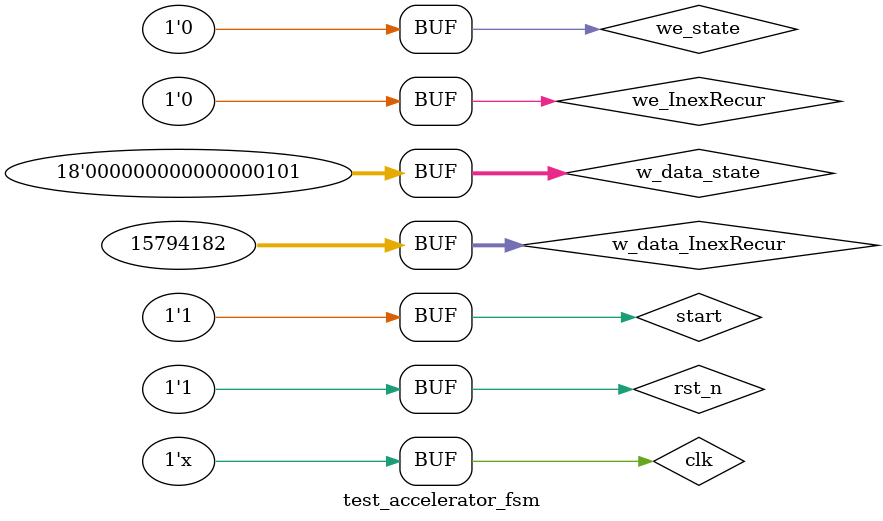
<source format=v>
`timescale 1ns / 1ps


module test_accelerator_fsm(

    );
    reg clk;
    reg rst_n;

    reg we_InexRecur;
    reg we_state;
    reg [31:0] w_data_InexRecur;
    reg [17:0] w_data_state;

    reg start;

    wire ce_rom_C;
    wire ce_rom_Occ;
    wire ce_rom_read_and_D;

    wire [1:0] addr_rom_C;
    wire [7:0] addr1_rom_Occ;
    wire [7:0] addr2_rom_Occ;
    wire [7:0] addr_rom_read_and_D;

    wire [7:0] d_i;             // rom_read_and_D
    wire [1:0] read_i;          // rom_read_and_D
    wire [31:0] data_1;         // rom_Occ
    wire [31:0] data_2;         // rom_Occ
    wire [7:0] data;            // rom_C

    wire seq_re_InexRecur;
    wire seq_re_state;

    wire ran_re_InexRecur;
    wire [11:0] ran_r_addr_InexRecur;
    wire ran_re_state;
    wire [11:0] ran_r_addr_state;

    wire [31:0] out_r_data_InexRecur;
    wire [17:0] out_r_data_state;
    wire [11:0] out_r_addr;

    initial begin
        clk = 0;
        rst_n = 0;
        we_InexRecur = 0;
        we_state = 0;

        start = 0;

        #15
        rst_n = 1;

        #10
        we_InexRecur = 1;
        we_state = 1;
        w_data_InexRecur = 32'h02_01_00_06;
        w_data_state = 18'b0_0000_0000_0000_0000_0;
        #10
        w_data_InexRecur = 32'h01_00_00_06;
        w_data_state = 18'b0_0000_0000_0000_0000_1;
        #10
        w_data_InexRecur = 32'h00_ff_00_06;
        w_data_state = 18'b0_0000_0000_0000_0001_1;
        #10
        w_data_InexRecur = 32'h00_f1_00_06;
        w_data_state = 18'b0_0000_0000_0000_0010_1;
        #10
        we_InexRecur = 0;
        we_state = 0;

        #5
        start = 1;

    end

    always #5 clk = ~clk;

    accelerator_fsm accelerator_fsm_inst(
        .clk(clk),
        .rst_n(rst_n),
        .is_start(start),
        //存储器相关接口
        .re_reg_InexRecur_seq_o(seq_re_InexRecur),          // regfile_InexRecur 顺序读使能
        .re_reg_InexRecur_ran_o(ran_re_InexRecur),          // regfile_InexRecur 随机读使能
        .r_reg_InexRecur_addr_o(ran_r_addr_InexRecur),      // regfile_InexRecur 随机读地址
        .InexRecur_addr_i(out_r_addr),                      // regfile_InexRecur 当前地址 
        .InexRecur_data_i(out_r_data_InexRecur),            // regfile_InexRecur 当前数据

        .re_reg_state_seq_o(seq_re_state),              // regfile_state 顺序读使能
        .re_reg_state_ran_o(ran_re_state),              // regfile_state 随机读使能
        .r_reg_state_addr_o(ran_r_addr_state),          // regfile_state 随机读地址
        .state_addr_i(),                                // regfile_state 当前地址（ InexRecur 和 state 的数据一一对应，知道一个当前地址即可）
        .state_data_i(out_r_data_state),                // regfile_state 当前数据

        .ce_rom_C_o(ce_rom_C),
        .ce_rom_Occ_o(ce_rom_Occ),
        .ce_rom_read_and_D_o(ce_rom_read_and_D),

        .addr_rom_C_o(addr_rom_C),
        .addr1_rom_Occ_o(addr1_rom_Occ),
        .addr2_rom_Occ_o(addr2_rom_Occ),
        .addr_rom_read_and_D_o(addr_rom_read_and_D),

        .d_i_i(d_i),               // rom_read_and_D
        .read_i_i(read_i),         // rom_read_and_D
        .data_1_i(data_1),         // rom_Occ
        .data_2_i(data_2),         // rom_Occ
        .data_i(data),              // rom_C

        .seq_we_state_o(),
        .seq_we_InexRecur_o(),

        .seq_w_data_state_o(),
        .seq_w_data_InexRecur_o(),

        .ran_we_state_o(),
        .ran_we_InexRecur_o(),        // 似乎没有 InexRecur 的随机读

        .ran_w_data_state_o(),
        .ran_w_data_InexRecur_o(),    // 似乎没有 InexRecur 的随机读

        .ran_w_addr_state_o(),
        .ran_w_addr_InexRecur_o()     // 似乎没有 InexRecur 的随机读
    );

    // 两个reg
    regfile_InexRecur regfile_InexRecur_inst(
        .clk(clk), 
        .rst_n(rst_n), 
        
        .seq_we(we_InexRecur),
        .seq_w_data(w_data_InexRecur),

        .ran_we(),
        .ran_w_addr(),
        .ran_w_data(),

        .seq_re(seq_re_InexRecur),

        .ran_re(ran_re_InexRecur),
        .ran_r_addr(ran_r_addr_InexRecur),

        .r_addr(out_r_addr),
        .r_data(out_r_data_InexRecur)
    );

    regfile_state regfile_state_inst(
        .clk(clk), 
        .rst_n(rst_n), 
        
        .seq_we(we_state),
        .seq_w_data(w_data_state),

        .ran_we(),
        .ran_w_addr(),
        .ran_w_data(),

        .seq_re(seq_re_state),

        .ran_re(ran_re_state),
        .ran_r_addr(ran_r_addr_state),

        .r_addr(),
        .r_data(out_r_data_state)
    );
    
    // 三个rom
    rom_C rom_C_inst(
        .ce(ce_rom_C),
        .symbol(addr_rom_C),
        .data(data)
    );

    rom_Occ rom_Occ_inst(
        .ce(ce_rom_Occ),
        .addr_1(addr1_rom_Occ),
        .addr_2(addr2_rom_Occ),
        .data_1(data_1),
        .data_2(data_2)
    );

    rom_read_and_D rom_read_and_D_inst(
        .ce(ce_rom_read_and_D),
        .addr(addr_rom_read_and_D),
        .d_i(d_i),
        .read_i(read_i) 
    );

endmodule

</source>
